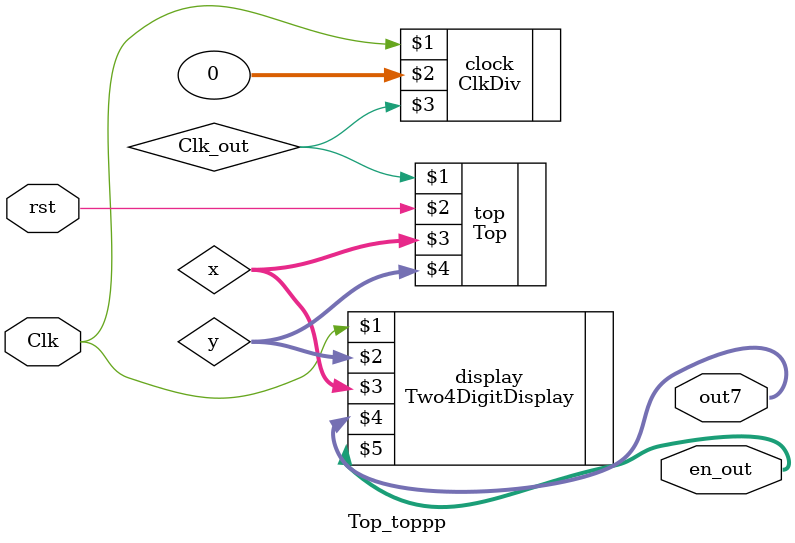
<source format=v>
`timescale 1ns / 1ps


module Top_toppp(
    input Clk,
    input rst,
    output [6:0] out7,
    output [7:0] en_out
    );
    wire Clk_out;
    wire [31:0] x;
    wire [31:0] y;
    
    
    ClkDiv clock(Clk,0,Clk_out);
    Two4DigitDisplay display(Clk, y, x, out7, en_out);
    Top top(Clk_out, rst, x, y);
    
    
endmodule

</source>
